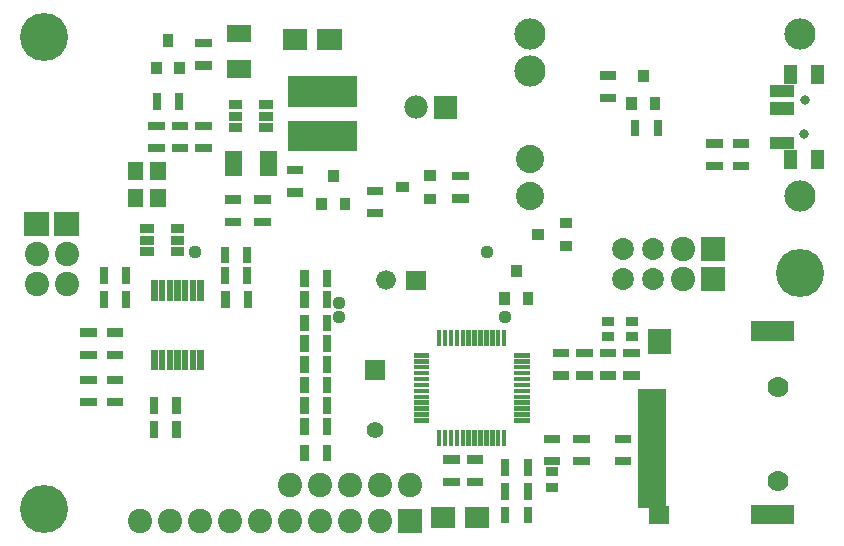
<source format=gbr>
G04 start of page 6 for group -4063 idx -4063 *
G04 Title: (unknown), componentmask *
G04 Creator: pcb 4.2.2 *
G04 CreationDate: Fri Aug 14 03:10:47 2020 UTC *
G04 For: harold *
G04 Format: Gerber/RS-274X *
G04 PCB-Dimensions (mil): 6000.00 5000.00 *
G04 PCB-Coordinate-Origin: lower left *
%MOIN*%
%FSLAX25Y25*%
%LNTOPMASK*%
%ADD84C,0.0940*%
%ADD83C,0.1040*%
%ADD82C,0.0439*%
%ADD81C,0.1600*%
%ADD80C,0.0560*%
%ADD79C,0.0660*%
%ADD78C,0.0441*%
%ADD77C,0.0780*%
%ADD76C,0.0731*%
%ADD75C,0.0320*%
%ADD74C,0.0810*%
%ADD73C,0.0001*%
%ADD72C,0.0700*%
G54D72*X411811Y231811D03*
G54D73*G36*
X386186Y313263D02*Y305163D01*
X394286D01*
Y313263D01*
X386186D01*
G37*
G54D74*X380236Y309213D03*
G54D73*G36*
X386186Y303263D02*Y295163D01*
X394286D01*
Y303263D01*
X386186D01*
G37*
G54D74*X380236Y299213D03*
G54D75*X420669Y347441D03*
X420866Y358858D03*
G54D76*X370236Y309213D03*
X360236D03*
X370236Y299213D03*
X360236D03*
G54D72*X411811Y263150D03*
G54D73*G36*
X274259Y272158D02*Y265558D01*
X280859D01*
Y272158D01*
X274259D01*
G37*
G36*
X297282Y360199D02*Y352399D01*
X305082D01*
Y360199D01*
X297282D01*
G37*
G54D77*X291339Y356299D03*
G54D78*X265748Y291142D03*
Y286417D03*
G54D73*G36*
X288039Y301922D02*Y295322D01*
X294639D01*
Y301922D01*
X288039D01*
G37*
G54D79*X281339Y298622D03*
G54D73*G36*
X285320Y222554D02*Y214454D01*
X293420D01*
Y222554D01*
X285320D01*
G37*
G54D74*X279370Y218504D03*
X289370Y230315D03*
X279370D03*
X259370Y218504D03*
X249370D03*
X239370D03*
X269370D03*
Y230315D03*
X259370D03*
X249370D03*
G54D80*X277559Y248858D03*
G54D74*X229370Y218504D03*
X219370D03*
X209370D03*
X199370D03*
G54D73*G36*
X170773Y321471D02*Y313371D01*
X178873D01*
Y321471D01*
X170773D01*
G37*
G36*
X160773D02*Y313371D01*
X168873D01*
Y321471D01*
X160773D01*
G37*
G54D74*X164823Y307421D03*
Y297421D03*
X174823Y307421D03*
Y297421D03*
G54D81*X167323Y222441D03*
X419291Y301181D03*
G54D82*X314961Y308071D03*
X320859Y286411D03*
G54D81*X167323Y379921D03*
G54D82*X217520Y308071D03*
G54D73*G36*
X206299Y361025D02*X203539D01*
Y355511D01*
X206299D01*
Y361025D01*
G37*
G36*
X213785D02*X211025D01*
Y355511D01*
X213785D01*
Y361025D01*
G37*
G36*
X210375Y380644D02*X206875D01*
Y376544D01*
X210375D01*
Y380644D01*
G37*
G36*
X206475Y371444D02*X202975D01*
Y367344D01*
X206475D01*
Y371444D01*
G37*
G36*
X214275D02*X210775D01*
Y367344D01*
X214275D01*
Y371444D01*
G37*
G36*
X217716Y371653D02*Y368893D01*
X223230D01*
Y371653D01*
X217716D01*
G37*
G36*
X228244Y371954D02*Y366236D01*
X236324D01*
Y371954D01*
X228244D01*
G37*
G36*
X228796Y354902D02*Y351865D01*
X233434D01*
Y354902D01*
X228796D01*
G37*
G36*
Y358802D02*Y355765D01*
X233434D01*
Y358802D01*
X228796D01*
G37*
G36*
X217716Y351580D02*Y348820D01*
X223230D01*
Y351580D01*
X217716D01*
G37*
G36*
X238996Y358802D02*Y355765D01*
X243634D01*
Y358802D01*
X238996D01*
G37*
G36*
Y354902D02*Y351865D01*
X243634D01*
Y354902D01*
X238996D01*
G37*
G36*
Y351002D02*Y347965D01*
X243634D01*
Y351002D01*
X238996D01*
G37*
G36*
X228796D02*Y347965D01*
X233434D01*
Y351002D01*
X228796D01*
G37*
G36*
X217716Y379139D02*Y376379D01*
X223230D01*
Y379139D01*
X217716D01*
G37*
G36*
X228244Y383764D02*Y378046D01*
X236324D01*
Y383764D01*
X228244D01*
G37*
G36*
X248507Y351691D02*Y341617D01*
X271573D01*
Y351691D01*
X248507D01*
G37*
G36*
Y366651D02*Y356577D01*
X271573D01*
Y366651D01*
X248507D01*
G37*
G36*
X233175Y341638D02*X227457D01*
Y333558D01*
X233175D01*
Y341638D01*
G37*
G36*
X244985D02*X239267D01*
Y333558D01*
X244985D01*
Y341638D01*
G37*
G36*
X246925Y382406D02*Y375469D01*
X255043D01*
Y382406D01*
X246925D01*
G37*
G36*
X258343D02*Y375469D01*
X266461D01*
Y382406D01*
X258343D01*
G37*
G36*
X357479Y239763D02*Y237003D01*
X362993D01*
Y239763D01*
X357479D01*
G37*
G36*
Y247249D02*Y244489D01*
X362993D01*
Y247249D01*
X357479D01*
G37*
G36*
X365217Y245020D02*X365216Y240020D01*
X374547Y240019D01*
X374547Y245019D01*
X365217Y245020D01*
G37*
G36*
X365217Y240689D02*X365216Y235689D01*
X374547Y235688D01*
X374548Y240688D01*
X365217Y240689D01*
G37*
G36*
X365217Y236359D02*X365216Y231359D01*
X374547Y231357D01*
X374548Y236357D01*
X365217Y236359D01*
G37*
G36*
X365217Y232028D02*X365217Y227028D01*
X374547Y227028D01*
X374547Y232028D01*
X365217Y232028D01*
G37*
G36*
X365217Y227697D02*X365216Y222697D01*
X374547Y222696D01*
X374547Y227696D01*
X365217Y227697D01*
G37*
G36*
X375638Y217473D02*X375637Y223473D01*
X369047Y223472D01*
X369048Y217472D01*
X375638Y217473D01*
G37*
G36*
X365217Y262343D02*Y257343D01*
X374547D01*
Y262343D01*
X365217D01*
G37*
G36*
X365217Y258012D02*X365216Y253012D01*
X374547Y253011D01*
X374547Y258011D01*
X365217Y258012D01*
G37*
G36*
X365217Y253681D02*X365216Y248681D01*
X374547Y248680D01*
X374548Y253680D01*
X365217Y253681D01*
G37*
G36*
X374547Y244351D02*X374547Y249351D01*
X365216Y249350D01*
X365217Y244350D01*
X374547Y244351D01*
G37*
G36*
X361197Y286539D02*Y283539D01*
X365181D01*
Y286539D01*
X361197D01*
G37*
G36*
Y281421D02*Y278421D01*
X365181D01*
Y281421D01*
X361197D01*
G37*
G36*
X353323Y286539D02*Y283539D01*
X357307D01*
Y286539D01*
X353323D01*
G37*
G36*
Y281421D02*Y278421D01*
X357307D01*
Y281421D01*
X353323D01*
G37*
G36*
X409327Y346579D02*Y342398D01*
X417445D01*
Y346579D01*
X409327D01*
G37*
G36*
X418232Y342248D02*X414051D01*
Y335705D01*
X418232D01*
Y342248D01*
G37*
G36*
X427287D02*X423106D01*
Y335705D01*
X427287D01*
Y342248D01*
G37*
G54D83*X419291Y326772D03*
G54D73*G36*
X403050Y223919D02*Y217419D01*
X417424D01*
Y223919D01*
X403050D01*
G37*
G36*
Y284943D02*Y278443D01*
X417424D01*
Y284943D01*
X403050D01*
G37*
G36*
X344684Y268306D02*Y265546D01*
X350198D01*
Y268306D01*
X344684D01*
G37*
G36*
X352558D02*Y265546D01*
X358072D01*
Y268306D01*
X352558D01*
G37*
G36*
X360432D02*Y265546D01*
X365946D01*
Y268306D01*
X360432D01*
G37*
G36*
X344684Y275792D02*Y273032D01*
X350198D01*
Y275792D01*
X344684D01*
G37*
G36*
X329985Y315689D02*Y312189D01*
X334085D01*
Y315689D01*
X329985D01*
G37*
G36*
X339185Y311789D02*Y308289D01*
X343285D01*
Y311789D01*
X339185D01*
G37*
G36*
Y319589D02*Y316089D01*
X343285D01*
Y319589D01*
X339185D01*
G37*
G36*
X336810Y275792D02*Y273032D01*
X342324D01*
Y275792D01*
X336810D01*
G37*
G36*
X376187Y282494D02*X368687Y282486D01*
X368696Y274199D01*
X376196Y274206D01*
X376187Y282494D01*
G37*
G36*
X352558Y275792D02*Y273032D01*
X358072D01*
Y275792D01*
X352558D01*
G37*
G36*
X360432D02*Y273032D01*
X365946D01*
Y275792D01*
X360432D01*
G37*
G36*
X336810Y268306D02*Y265546D01*
X342324D01*
Y268306D01*
X336810D01*
G37*
G36*
X329208Y265000D02*X329208Y266500D01*
X323916Y266499D01*
X323917Y264999D01*
X329208Y265000D01*
G37*
G36*
X323917Y268468D02*Y266968D01*
X329208D01*
Y268468D01*
X323917D01*
G37*
G36*
X329208Y268937D02*X329208Y270437D01*
X323916Y270436D01*
X323917Y268936D01*
X329208Y268937D01*
G37*
G36*
X323917Y272405D02*Y270905D01*
X329208D01*
Y272405D01*
X323917D01*
G37*
G36*
X329208Y272874D02*X329208Y274374D01*
X323916Y274373D01*
X323917Y272873D01*
X329208Y272874D01*
G37*
G36*
X326516Y303873D02*X323016D01*
Y299773D01*
X326516D01*
Y303873D01*
G37*
G36*
X322616Y294673D02*X319116D01*
Y290573D01*
X322616D01*
Y294673D01*
G37*
G36*
X330416D02*X326916D01*
Y290573D01*
X330416D01*
Y294673D01*
G37*
G36*
X321413Y282168D02*X319913Y282168D01*
X319913Y276876D01*
X321413Y276876D01*
X321413Y282168D01*
G37*
G36*
X343700Y239763D02*Y237003D01*
X349214D01*
Y239763D01*
X343700D01*
G37*
G36*
X334622Y231224D02*Y228224D01*
X338606D01*
Y231224D01*
X334622D01*
G37*
G36*
Y236342D02*Y233342D01*
X338606D01*
Y236342D01*
X334622D01*
G37*
G36*
X333857Y239763D02*Y237003D01*
X339371D01*
Y239763D01*
X333857D01*
G37*
G36*
X343700Y247249D02*Y244489D01*
X349214D01*
Y247249D01*
X343700D01*
G37*
G36*
X333857D02*Y244489D01*
X339371D01*
Y247249D01*
X333857D01*
G37*
G36*
X321413Y248716D02*X319913Y248716D01*
X319914Y243424D01*
X321414Y243425D01*
X321413Y248716D01*
G37*
G36*
X323917Y252720D02*Y251220D01*
X329208D01*
Y252720D01*
X323917D01*
G37*
G36*
X329208Y253189D02*X329208Y254689D01*
X323916Y254688D01*
X323917Y253188D01*
X329208Y253189D01*
G37*
G36*
X323917Y256657D02*Y255157D01*
X329208D01*
Y256657D01*
X323917D01*
G37*
G36*
X329208Y257126D02*X329208Y258626D01*
X323916Y258625D01*
X323917Y257125D01*
X329208Y257126D01*
G37*
G36*
X323917Y260594D02*Y259094D01*
X329208D01*
Y260594D01*
X323917D01*
G37*
G36*
X329208Y261063D02*X329208Y262563D01*
X323916Y262562D01*
X323917Y261062D01*
X329208Y261063D01*
G37*
G36*
X323917Y264531D02*Y263031D01*
X329208D01*
Y264531D01*
X323917D01*
G37*
G36*
X322440Y223229D02*X319680D01*
Y217715D01*
X322440D01*
Y223229D01*
G37*
G36*
X329926D02*X327166D01*
Y217715D01*
X329926D01*
Y223229D01*
G37*
G36*
X322440Y231103D02*X319680D01*
Y225589D01*
X322440D01*
Y231103D01*
G37*
G36*
X329926D02*X327166D01*
Y225589D01*
X329926D01*
Y231103D01*
G37*
G36*
X322440Y238977D02*X319680D01*
Y233463D01*
X322440D01*
Y238977D01*
G37*
G36*
X329926D02*X327166D01*
Y233463D01*
X329926D01*
Y238977D01*
G37*
G36*
X248228Y329330D02*Y326570D01*
X253742D01*
Y329330D01*
X248228D01*
G37*
G36*
X237401Y326973D02*Y324213D01*
X242915D01*
Y326973D01*
X237401D01*
G37*
G36*
Y319487D02*Y316727D01*
X242915D01*
Y319487D01*
X237401D01*
G37*
G36*
X261593Y326169D02*X258093D01*
Y322069D01*
X261593D01*
Y326169D01*
G37*
G36*
X269393D02*X265893D01*
Y322069D01*
X269393D01*
Y326169D01*
G37*
G36*
X248228Y336816D02*Y334056D01*
X253742D01*
Y336816D01*
X248228D01*
G37*
G36*
X265493Y335369D02*X261993D01*
Y331269D01*
X265493D01*
Y335369D01*
G37*
G36*
X284710Y331437D02*Y327937D01*
X288810D01*
Y331437D01*
X284710D01*
G37*
G36*
X293910Y327537D02*Y324037D01*
X298010D01*
Y327537D01*
X293910D01*
G37*
G36*
Y335337D02*Y331837D01*
X298010D01*
Y335337D01*
X293910D01*
G37*
G36*
X303346Y327361D02*Y324601D01*
X308860D01*
Y327361D01*
X303346D01*
G37*
G36*
Y334847D02*Y332087D01*
X308860D01*
Y334847D01*
X303346D01*
G37*
G36*
X227558Y319487D02*Y316727D01*
X233072D01*
Y319487D01*
X227558D01*
G37*
G36*
Y326973D02*Y324213D01*
X233072D01*
Y326973D01*
X227558D01*
G37*
G36*
X274802Y329926D02*Y327166D01*
X280316D01*
Y329926D01*
X274802D01*
G37*
G36*
Y322440D02*Y319680D01*
X280316D01*
Y322440D01*
X274802D01*
G37*
G36*
X209842Y344094D02*Y341334D01*
X215356D01*
Y344094D01*
X209842D01*
G37*
G36*
Y351580D02*Y348820D01*
X215356D01*
Y351580D01*
X209842D01*
G37*
G36*
X201968D02*Y348820D01*
X207482D01*
Y351580D01*
X201968D01*
G37*
G36*
X217716Y344094D02*Y341334D01*
X223230D01*
Y344094D01*
X217716D01*
G37*
G36*
X201968D02*Y341334D01*
X207482D01*
Y344094D01*
X201968D01*
G37*
G36*
X200418Y338213D02*X195252D01*
Y332260D01*
X200418D01*
Y338213D01*
G37*
G36*
Y329157D02*X195252D01*
Y323205D01*
X200418D01*
Y329157D01*
G37*
G36*
X207898D02*X202733D01*
Y323205D01*
X207898D01*
Y329157D01*
G37*
G36*
Y338213D02*X202733D01*
Y332260D01*
X207898D01*
Y338213D01*
G37*
G36*
X209487Y317445D02*Y314445D01*
X214087D01*
Y317445D01*
X209487D01*
G37*
G36*
X199287D02*Y314445D01*
X203887D01*
Y317445D01*
X199287D01*
G37*
G36*
X209487Y313545D02*Y310545D01*
X214087D01*
Y313545D01*
X209487D01*
G37*
G36*
X199287D02*Y310545D01*
X203887D01*
Y313545D01*
X199287D01*
G37*
G36*
X209487Y309645D02*Y306645D01*
X214087D01*
Y309645D01*
X209487D01*
G37*
G36*
X199287D02*Y306645D01*
X203887D01*
Y309645D01*
X199287D01*
G37*
G36*
X228936Y309844D02*X226176D01*
Y304330D01*
X228936D01*
Y309844D01*
G37*
G36*
X290465Y274372D02*Y272872D01*
X295756D01*
Y274372D01*
X290465D01*
G37*
G36*
X295756Y270904D02*X295756Y272404D01*
X290464Y272403D01*
X290465Y270903D01*
X295756Y270904D01*
G37*
G36*
X290465Y270435D02*Y268935D01*
X295756D01*
Y270435D01*
X290465D01*
G37*
G36*
X295756Y266967D02*X295756Y268467D01*
X290465Y268467D01*
X290465Y266967D01*
X295756Y266967D01*
G37*
G36*
X295756Y264998D02*X295756Y266498D01*
X290464Y266498D01*
X290465Y264998D01*
X295756Y264998D01*
G37*
G36*
X295756Y263030D02*X295756Y264530D01*
X290465Y264530D01*
X290465Y263030D01*
X295756Y263030D01*
G37*
G36*
X290465Y262561D02*Y261061D01*
X295756D01*
Y262561D01*
X290465D01*
G37*
G36*
X295756Y259093D02*X295756Y260593D01*
X290464Y260592D01*
X290465Y259092D01*
X295756Y259093D01*
G37*
G36*
X290465Y258624D02*Y257124D01*
X295756D01*
Y258624D01*
X290465D01*
G37*
G36*
X307633Y282168D02*X306133D01*
Y276876D01*
X307633D01*
Y282168D01*
G37*
G36*
X305665Y282168D02*X304165Y282168D01*
X304164Y276876D01*
X305664Y276876D01*
X305665Y282168D01*
G37*
G36*
X303696Y282168D02*X302196D01*
Y276876D01*
X303696D01*
Y282168D01*
G37*
G36*
X301728Y282168D02*X300228Y282168D01*
X300227Y276876D01*
X301727Y276876D01*
X301728Y282168D01*
G37*
G36*
X299759Y282168D02*X298259D01*
Y276876D01*
X299759D01*
Y282168D01*
G37*
G36*
X255511Y295080D02*X252751D01*
Y289566D01*
X255511D01*
Y295080D01*
G37*
G36*
X262997D02*X260237D01*
Y289566D01*
X262997D01*
Y295080D01*
G37*
G36*
X255511Y287206D02*X252751D01*
Y281692D01*
X255511D01*
Y287206D01*
G37*
G36*
X262997D02*X260237D01*
Y281692D01*
X262997D01*
Y287206D01*
G37*
G36*
Y301970D02*X260237D01*
Y296456D01*
X262997D01*
Y301970D01*
G37*
G36*
X255511D02*X252751D01*
Y296456D01*
X255511D01*
Y301970D01*
G37*
G36*
Y266537D02*X252751D01*
Y261023D01*
X255511D01*
Y266537D01*
G37*
G36*
Y273426D02*X252751D01*
Y267912D01*
X255511D01*
Y273426D01*
G37*
G36*
X262997Y266537D02*X260237D01*
Y261023D01*
X262997D01*
Y266537D01*
G37*
G36*
Y273426D02*X260237D01*
Y267912D01*
X262997D01*
Y273426D01*
G37*
G36*
X255511Y280316D02*X252751D01*
Y274802D01*
X255511D01*
Y280316D01*
G37*
G36*
X262997D02*X260237D01*
Y274802D01*
X262997D01*
Y280316D01*
G37*
G36*
X196068Y302954D02*X193308D01*
Y297440D01*
X196068D01*
Y302954D01*
G37*
G36*
X188582D02*X185822D01*
Y297440D01*
X188582D01*
Y302954D01*
G37*
G36*
Y295080D02*X185822D01*
Y289566D01*
X188582D01*
Y295080D01*
G37*
G36*
X196068D02*X193308D01*
Y289566D01*
X196068D01*
Y295080D01*
G37*
G36*
X228936Y302954D02*X226176D01*
Y297440D01*
X228936D01*
Y302954D01*
G37*
G36*
X229130Y295080D02*X226370D01*
Y289566D01*
X229130D01*
Y295080D01*
G37*
G36*
X236422Y302954D02*X233662D01*
Y297440D01*
X236422D01*
Y302954D01*
G37*
G36*
X236616Y295080D02*X233856D01*
Y289566D01*
X236616D01*
Y295080D01*
G37*
G36*
X236422Y309844D02*X233662D01*
Y304330D01*
X236422D01*
Y309844D01*
G37*
G36*
X205185Y275401D02*X203083D01*
Y268693D01*
X205185D01*
Y275401D01*
G37*
G36*
X207744D02*X205642D01*
Y268693D01*
X207744D01*
Y275401D01*
G37*
G36*
X210303D02*X208201D01*
Y268693D01*
X210303D01*
Y275401D01*
G37*
G36*
X212862D02*X210760D01*
Y268693D01*
X212862D01*
Y275401D01*
G37*
G36*
X215421D02*X213319D01*
Y268693D01*
X215421D01*
Y275401D01*
G37*
G36*
X217980D02*X215878D01*
Y268693D01*
X217980D01*
Y275401D01*
G37*
G36*
X220539D02*X218437D01*
Y268693D01*
X220539D01*
Y275401D01*
G37*
G36*
X205314Y259647D02*X202554D01*
Y254133D01*
X205314D01*
Y259647D01*
G37*
G36*
Y251773D02*X202554D01*
Y246259D01*
X205314D01*
Y251773D01*
G37*
G36*
X212800Y259647D02*X210040D01*
Y254133D01*
X212800D01*
Y259647D01*
G37*
G36*
Y251773D02*X210040D01*
Y246259D01*
X212800D01*
Y251773D01*
G37*
G36*
X188188Y259448D02*Y256688D01*
X193702D01*
Y259448D01*
X188188D01*
G37*
G36*
X179330D02*Y256688D01*
X184844D01*
Y259448D01*
X179330D01*
G37*
G36*
X188188Y266934D02*Y264174D01*
X193702D01*
Y266934D01*
X188188D01*
G37*
G36*
X179330Y275196D02*Y272436D01*
X184844D01*
Y275196D01*
X179330D01*
G37*
G36*
Y266934D02*Y264174D01*
X184844D01*
Y266934D01*
X179330D01*
G37*
G36*
X220539Y298629D02*X218437D01*
Y291921D01*
X220539D01*
Y298629D01*
G37*
G36*
X217980D02*X215878D01*
Y291921D01*
X217980D01*
Y298629D01*
G37*
G36*
X215421D02*X213319D01*
Y291921D01*
X215421D01*
Y298629D01*
G37*
G36*
X212862D02*X210760D01*
Y291921D01*
X212862D01*
Y298629D01*
G37*
G36*
X210303D02*X208201D01*
Y291921D01*
X210303D01*
Y298629D01*
G37*
G36*
X207744D02*X205642D01*
Y291921D01*
X207744D01*
Y298629D01*
G37*
G36*
X205185D02*X203083D01*
Y291921D01*
X205185D01*
Y298629D01*
G37*
G36*
X188188Y275196D02*Y272436D01*
X193702D01*
Y275196D01*
X188188D01*
G37*
G36*
Y282682D02*Y279922D01*
X193702D01*
Y282682D01*
X188188D01*
G37*
G36*
X179330D02*Y279922D01*
X184844D01*
Y282682D01*
X179330D01*
G37*
G36*
X262997Y259647D02*X260237D01*
Y254133D01*
X262997D01*
Y259647D01*
G37*
G36*
X255511D02*X252751D01*
Y254133D01*
X255511D01*
Y259647D01*
G37*
G36*
X262997Y243899D02*X260237D01*
Y238385D01*
X262997D01*
Y243899D01*
G37*
G36*
X255511D02*X252751D01*
Y238385D01*
X255511D01*
Y243899D01*
G37*
G36*
X262997Y252757D02*X260237D01*
Y247243D01*
X262997D01*
Y252757D01*
G37*
G36*
X255511D02*X252751D01*
Y247243D01*
X255511D01*
Y252757D01*
G37*
G36*
X313539Y248716D02*X312039Y248716D01*
X312040Y243424D01*
X313540Y243425D01*
X313539Y248716D01*
G37*
G36*
X315508Y248716D02*X314008Y248716D01*
X314009Y243424D01*
X315509Y243424D01*
X315508Y248716D01*
G37*
G36*
X317476Y248716D02*X315976Y248716D01*
X315977Y243424D01*
X317477Y243425D01*
X317476Y248716D01*
G37*
G36*
X319445Y248716D02*X317945Y248716D01*
X317946Y243424D01*
X319446Y243424D01*
X319445Y248716D01*
G37*
G36*
X319444Y282168D02*X317944D01*
Y276876D01*
X319444D01*
Y282168D01*
G37*
G36*
X317476Y282168D02*X315976Y282168D01*
X315976Y276876D01*
X317476Y276876D01*
X317476Y282168D01*
G37*
G36*
X315507Y282168D02*X314007D01*
Y276876D01*
X315507D01*
Y282168D01*
G37*
G36*
X313539Y282168D02*X312039Y282168D01*
X312039Y276876D01*
X313539Y276876D01*
X313539Y282168D01*
G37*
G36*
X311570Y282168D02*X310070D01*
Y276876D01*
X311570D01*
Y282168D01*
G37*
G36*
X309602Y282168D02*X308102Y282168D01*
X308101Y276876D01*
X309601Y276876D01*
X309602Y282168D01*
G37*
G36*
X295756Y255156D02*X295756Y256656D01*
X290464Y256655D01*
X290465Y255155D01*
X295756Y255156D01*
G37*
G36*
X290465Y254687D02*Y253187D01*
X295756D01*
Y254687D01*
X290465D01*
G37*
G36*
X295756Y251219D02*X295756Y252719D01*
X290464Y252718D01*
X290465Y251218D01*
X295756Y251219D01*
G37*
G36*
X299761Y248716D02*X298261D01*
Y243424D01*
X299761D01*
Y248716D01*
G37*
G36*
X301728Y248716D02*X300228Y248716D01*
X300229Y243424D01*
X301729Y243425D01*
X301728Y248716D01*
G37*
G36*
X303698Y248716D02*X302198D01*
Y243424D01*
X303698D01*
Y248716D01*
G37*
G36*
X305665Y248716D02*X304165Y248716D01*
X304166Y243424D01*
X305666Y243425D01*
X305665Y248716D01*
G37*
G36*
X307634Y248716D02*X306134Y248716D01*
X306135Y243424D01*
X307635Y243424D01*
X307634Y248716D01*
G37*
G36*
X309602Y248716D02*X308102Y248716D01*
X308103Y243424D01*
X309603Y243425D01*
X309602Y248716D01*
G37*
G36*
X311571Y248716D02*X310071Y248716D01*
X310072Y243424D01*
X311572Y243424D01*
X311571Y248716D01*
G37*
G36*
X308267Y240359D02*Y237599D01*
X313781D01*
Y240359D01*
X308267D01*
G37*
G36*
Y232873D02*Y230113D01*
X313781D01*
Y232873D01*
X308267D01*
G37*
G36*
X307555Y222957D02*Y216020D01*
X315673D01*
Y222957D01*
X307555D01*
G37*
G36*
X300393Y240359D02*Y237599D01*
X305907D01*
Y240359D01*
X300393D01*
G37*
G36*
Y232873D02*Y230113D01*
X305907D01*
Y232873D01*
X300393D01*
G37*
G36*
X296138Y222957D02*Y216020D01*
X304256D01*
Y222957D01*
X296138D01*
G37*
G54D83*X329134Y380709D03*
Y368504D03*
G54D84*Y338977D03*
Y326772D03*
G54D73*G36*
X418232Y370594D02*X414051D01*
Y364051D01*
X418232D01*
Y370594D01*
G37*
G36*
X427287D02*X423106D01*
Y364051D01*
X427287D01*
Y370594D01*
G37*
G54D83*X419291Y380709D03*
G54D73*G36*
X409327Y357996D02*Y353815D01*
X417445D01*
Y357996D01*
X409327D01*
G37*
G36*
Y363902D02*Y359720D01*
X417445D01*
Y363902D01*
X409327D01*
G37*
G36*
X396849Y345674D02*Y342914D01*
X402363D01*
Y345674D01*
X396849D01*
G37*
G36*
Y338188D02*Y335428D01*
X402363D01*
Y338188D01*
X396849D01*
G37*
G36*
X387991D02*Y335428D01*
X393505D01*
Y338188D01*
X387991D01*
G37*
G36*
Y345674D02*Y342914D01*
X393505D01*
Y345674D01*
X387991D01*
G37*
G36*
X365747Y352166D02*X362987D01*
Y346652D01*
X365747D01*
Y352166D01*
G37*
G36*
X352558Y360826D02*Y358066D01*
X358072D01*
Y360826D01*
X352558D01*
G37*
G36*
Y368312D02*Y365552D01*
X358072D01*
Y368312D01*
X352558D01*
G37*
G36*
X368839Y368833D02*X365339D01*
Y364733D01*
X368839D01*
Y368833D01*
G37*
G36*
X364939Y359633D02*X361439D01*
Y355533D01*
X364939D01*
Y359633D01*
G37*
G36*
X373233Y352166D02*X370473D01*
Y346652D01*
X373233D01*
Y352166D01*
G37*
G36*
X372739Y359633D02*X369239D01*
Y355533D01*
X372739D01*
Y359633D01*
G37*
M02*

</source>
